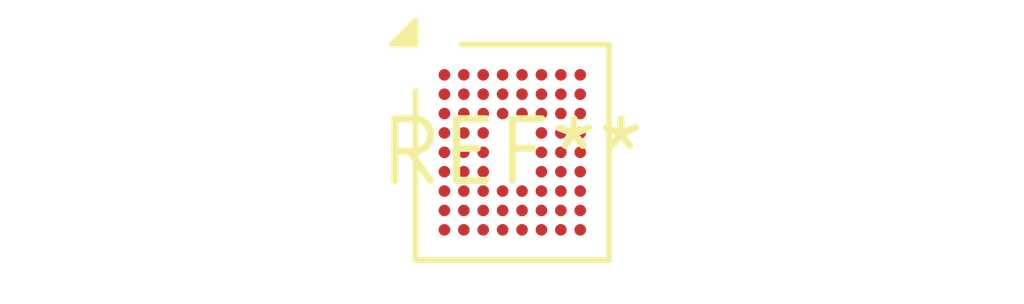
<source format=kicad_pcb>
(kicad_pcb (version 20240108) (generator pcbnew)
  (layers (0 "F.Cu" signal) (31 "B.Cu" signal) (34 "B.Paste" user) (35 "F.Paste" user) (36 "B.SilkS" user "B.Silkscreen") (37 "F.SilkS" user "F.Silkscreen") (38 "B.Mask" user) (39 "F.Mask" user) (44 "Edge.Cuts" user))
  (net 0 "")
  (footprint "ST_WLCSP-66_Die432" (layer "F.Cu") (at 0 0)
    (property "Reference" "REF**")
    (property "Value" "ST_WLCSP-66_Die432")
    (fp_line (start -1.9935 2.2245) (end -1.9935 -1.28275) (layer "F.SilkS") (stroke (width 0.12)))
    (fp_line (start -1.05175 -2.2245) (end 1.9935 -2.2245) (layer "F.SilkS") (stroke (width 0.12)))
    (fp_line (start 1.9935 -2.2245) (end 1.9935 2.2245) (layer "F.SilkS") (stroke (width 0.12)))
    (fp_line (start 1.9935 2.2245) (end -1.9935 2.2245) (layer "F.SilkS") (stroke (width 0.12)))
    (fp_poly (pts (xy -1.9935 -2.2245) (xy -2.4935 -2.2245) (xy -1.9935 -2.7245) (xy -1.9935 -2.2245)) (layer "F.SilkS") (stroke (width 0.12)) (fill solid))
    (pad "A1" smd circle (at -1.4 -1.6) (size 0.24 0.24) (property pad_prop_bga) (layers "F.Cu" "F.Paste" "F.Mask"))
    (pad "A2" smd circle (at -1 -1.6) (size 0.24 0.24) (property pad_prop_bga) (layers "F.Cu" "F.Paste" "F.Mask"))
    (pad "A3" smd circle (at -0.6 -1.6) (size 0.24 0.24) (property pad_prop_bga) (layers "F.Cu" "F.Paste" "F.Mask"))
    (pad "A4" smd circle (at -0.2 -1.6) (size 0.24 0.24) (property pad_prop_bga) (layers "F.Cu" "F.Paste" "F.Mask"))
    (pad "A5" smd circle (at 0.2 -1.6) (size 0.24 0.24) (property pad_prop_bga) (layers "F.Cu" "F.Paste" "F.Mask"))
    (pad "A6" smd circle (at 0.6 -1.6) (size 0.24 0.24) (property pad_prop_bga) (layers "F.Cu" "F.Paste" "F.Mask"))
    (pad "A7" smd circle (at 1 -1.6) (size 0.24 0.24) (property pad_prop_bga) (layers "F.Cu" "F.Paste" "F.Mask"))
    (pad "A8" smd circle (at 1.4 -1.6) (size 0.24 0.24) (property pad_prop_bga) (layers "F.Cu" "F.Paste" "F.Mask"))
    (pad "B1" smd circle (at -1.4 -1.2) (size 0.24 0.24) (property pad_prop_bga) (layers "F.Cu" "F.Paste" "F.Mask"))
    (pad "B2" smd circle (at -1 -1.2) (size 0.24 0.24) (property pad_prop_bga) (layers "F.Cu" "F.Paste" "F.Mask"))
    (pad "B3" smd circle (at -0.6 -1.2) (size 0.24 0.24) (property pad_prop_bga) (layers "F.Cu" "F.Paste" "F.Mask"))
    (pad "B4" smd circle (at -0.2 -1.2) (size 0.24 0.24) (property pad_prop_bga) (layers "F.Cu" "F.Paste" "F.Mask"))
    (pad "B5" smd circle (at 0.2 -1.2) (size 0.24 0.24) (property pad_prop_bga) (layers "F.Cu" "F.Paste" "F.Mask"))
    (pad "B6" smd circle (at 0.6 -1.2) (size 0.24 0.24) (property pad_prop_bga) (layers "F.Cu" "F.Paste" "F.Mask"))
    (pad "B7" smd circle (at 1 -1.2) (size 0.24 0.24) (property pad_prop_bga) (layers "F.Cu" "F.Paste" "F.Mask"))
    (pad "B8" smd circle (at 1.4 -1.2) (size 0.24 0.24) (property pad_prop_bga) (layers "F.Cu" "F.Paste" "F.Mask"))
    (pad "C1" smd circle (at -1.4 -0.8) (size 0.24 0.24) (property pad_prop_bga) (layers "F.Cu" "F.Paste" "F.Mask"))
    (pad "C2" smd circle (at -1 -0.8) (size 0.24 0.24) (property pad_prop_bga) (layers "F.Cu" "F.Paste" "F.Mask"))
    (pad "C3" smd circle (at -0.6 -0.8) (size 0.24 0.24) (property pad_prop_bga) (layers "F.Cu" "F.Paste" "F.Mask"))
    (pad "C4" smd circle (at -0.2 -0.8) (size 0.24 0.24) (property pad_prop_bga) (layers "F.Cu" "F.Paste" "F.Mask"))
    (pad "C5" smd circle (at 0.2 -0.8) (size 0.24 0.24) (property pad_prop_bga) (layers "F.Cu" "F.Paste" "F.Mask"))
    (pad "C6" smd circle (at 0.6 -0.8) (size 0.24 0.24) (property pad_prop_bga) (layers "F.Cu" "F.Paste" "F.Mask"))
    (pad "C7" smd circle (at 1 -0.8) (size 0.24 0.24) (property pad_prop_bga) (layers "F.Cu" "F.Paste" "F.Mask"))
    (pad "C8" smd circle (at 1.4 -0.8) (size 0.24 0.24) (property pad_prop_bga) (layers "F.Cu" "F.Paste" "F.Mask"))
    (pad "D1" smd circle (at -1.4 -0.4) (size 0.24 0.24) (property pad_prop_bga) (layers "F.Cu" "F.Paste" "F.Mask"))
    (pad "D2" smd circle (at -1 -0.4) (size 0.24 0.24) (property pad_prop_bga) (layers "F.Cu" "F.Paste" "F.Mask"))
    (pad "D3" smd circle (at -0.6 -0.4) (size 0.24 0.24) (property pad_prop_bga) (layers "F.Cu" "F.Paste" "F.Mask"))
    (pad "D6" smd circle (at 0.6 -0.4) (size 0.24 0.24) (property pad_prop_bga) (layers "F.Cu" "F.Paste" "F.Mask"))
    (pad "D7" smd circle (at 1 -0.4) (size 0.24 0.24) (property pad_prop_bga) (layers "F.Cu" "F.Paste" "F.Mask"))
    (pad "D8" smd circle (at 1.4 -0.4) (size 0.24 0.24) (property pad_prop_bga) (layers "F.Cu" "F.Paste" "F.Mask"))
    (pad "E1" smd circle (at -1.4 0) (size 0.24 0.24) (property pad_prop_bga) (layers "F.Cu" "F.Paste" "F.Mask"))
    (pad "E2" smd circle (at -1 0) (size 0.24 0.24) (property pad_prop_bga) (layers "F.Cu" "F.Paste" "F.Mask"))
    (pad "E3" smd circle (at -0.6 0) (size 0.24 0.24) (property pad_prop_bga) (layers "F.Cu" "F.Paste" "F.Mask"))
    (pad "E6" smd circle (at 0.6 0) (size 0.24 0.24) (property pad_prop_bga) (layers "F.Cu" "F.Paste" "F.Mask"))
    (pad "E7" smd circle (at 1 0) (size 0.24 0.24) (property pad_prop_bga) (layers "F.Cu" "F.Paste" "F.Mask"))
    (pad "E8" smd circle (at 1.4 0) (size 0.24 0.24) (property pad_prop_bga) (layers "F.Cu" "F.Paste" "F.Mask"))
    (pad "F1" smd circle (at -1.4 0.4) (size 0.24 0.24) (property pad_prop_bga) (layers "F.Cu" "F.Paste" "F.Mask"))
    (pad "F2" smd circle (at -1 0.4) (size 0.24 0.24) (property pad_prop_bga) (layers "F.Cu" "F.Paste" "F.Mask"))
    (pad "F3" smd circle (at -0.6 0.4) (size 0.24 0.24) (property pad_prop_bga) (layers "F.Cu" "F.Paste" "F.Mask"))
    (pad "F6" smd circle (at 0.6 0.4) (size 0.24 0.24) (property pad_prop_bga) (layers "F.Cu" "F.Paste" "F.Mask"))
    (pad "F7" smd circle (at 1 0.4) (size 0.24 0.24) (property pad_prop_bga) (layers "F.Cu" "F.Paste" "F.Mask"))
    (pad "F8" smd circle (at 1.4 0.4) (size 0.24 0.24) (property pad_prop_bga) (layers "F.Cu" "F.Paste" "F.Mask"))
    (pad "G1" smd circle (at -1.4 0.8) (size 0.24 0.24) (property pad_prop_bga) (layers "F.Cu" "F.Paste" "F.Mask"))
    (pad "G2" smd circle (at -1 0.8) (size 0.24 0.24) (property pad_prop_bga) (layers "F.Cu" "F.Paste" "F.Mask"))
    (pad "G3" smd circle (at -0.6 0.8) (size 0.24 0.24) (property pad_prop_bga) (layers "F.Cu" "F.Paste" "F.Mask"))
    (pad "G4" smd circle (at -0.2 0.8) (size 0.24 0.24) (property pad_prop_bga) (layers "F.Cu" "F.Paste" "F.Mask"))
    (pad "G5" smd circle (at 0.2 0.8) (size 0.24 0.24) (property pad_prop_bga) (layers "F.Cu" "F.Paste" "F.Mask"))
    (pad "G6" smd circle (at 0.6 0.8) (size 0.24 0.24) (property pad_prop_bga) (layers "F.Cu" "F.Paste" "F.Mask"))
    (pad "G7" smd circle (at 1 0.8) (size 0.24 0.24) (property pad_prop_bga) (layers "F.Cu" "F.Paste" "F.Mask"))
    (pad "G8" smd circle (at 1.4 0.8) (size 0.24 0.24) (property pad_prop_bga) (layers "F.Cu" "F.Paste" "F.Mask"))
    (pad "H1" smd circle (at -1.4 1.2) (size 0.24 0.24) (property pad_prop_bga) (layers "F.Cu" "F.Paste" "F.Mask"))
    (pad "H2" smd circle (at -1 1.2) (size 0.24 0.24) (property pad_prop_bga) (layers "F.Cu" "F.Paste" "F.Mask"))
    (pad "H3" smd circle (at -0.6 1.2) (size 0.24 0.24) (property pad_prop_bga) (layers "F.Cu" "F.Paste" "F.Mask"))
    (pad "H4" smd circle (at -0.2 1.2) (size 0.24 0.24) (property pad_prop_bga) (layers "F.Cu" "F.Paste" "F.Mask"))
    (pad "H5" smd circle (at 0.2 1.2) (size 0.24 0.24) (property pad_prop_bga) (layers "F.Cu" "F.Paste" "F.Mask"))
    (pad "H6" smd circle (at 0.6 1.2) (size 0.24 0.24) (property pad_prop_bga) (layers "F.Cu" "F.Paste" "F.Mask"))
    (pad "H7" smd circle (at 1 1.2) (size 0.24 0.24) (property pad_prop_bga) (layers "F.Cu" "F.Paste" "F.Mask"))
    (pad "H8" smd circle (at 1.4 1.2) (size 0.24 0.24) (property pad_prop_bga) (layers "F.Cu" "F.Paste" "F.Mask"))
    (pad "J1" smd circle (at -1.4 1.6) (size 0.24 0.24) (property pad_prop_bga) (layers "F.Cu" "F.Paste" "F.Mask"))
    (pad "J2" smd circle (at -1 1.6) (size 0.24 0.24) (property pad_prop_bga) (layers "F.Cu" "F.Paste" "F.Mask"))
    (pad "J3" smd circle (at -0.6 1.6) (size 0.24 0.24) (property pad_prop_bga) (layers "F.Cu" "F.Paste" "F.Mask"))
    (pad "J4" smd circle (at -0.2 1.6) (size 0.24 0.24) (property pad_prop_bga) (layers "F.Cu" "F.Paste" "F.Mask"))
    (pad "J5" smd circle (at 0.2 1.6) (size 0.24 0.24) (property pad_prop_bga) (layers "F.Cu" "F.Paste" "F.Mask"))
    (pad "J6" smd circle (at 0.6 1.6) (size 0.24 0.24) (property pad_prop_bga) (layers "F.Cu" "F.Paste" "F.Mask"))
    (pad "J7" smd circle (at 1 1.6) (size 0.24 0.24) (property pad_prop_bga) (layers "F.Cu" "F.Paste" "F.Mask"))
    (pad "J8" smd circle (at 1.4 1.6) (size 0.24 0.24) (property pad_prop_bga) (layers "F.Cu" "F.Paste" "F.Mask"))
  )
)
</source>
